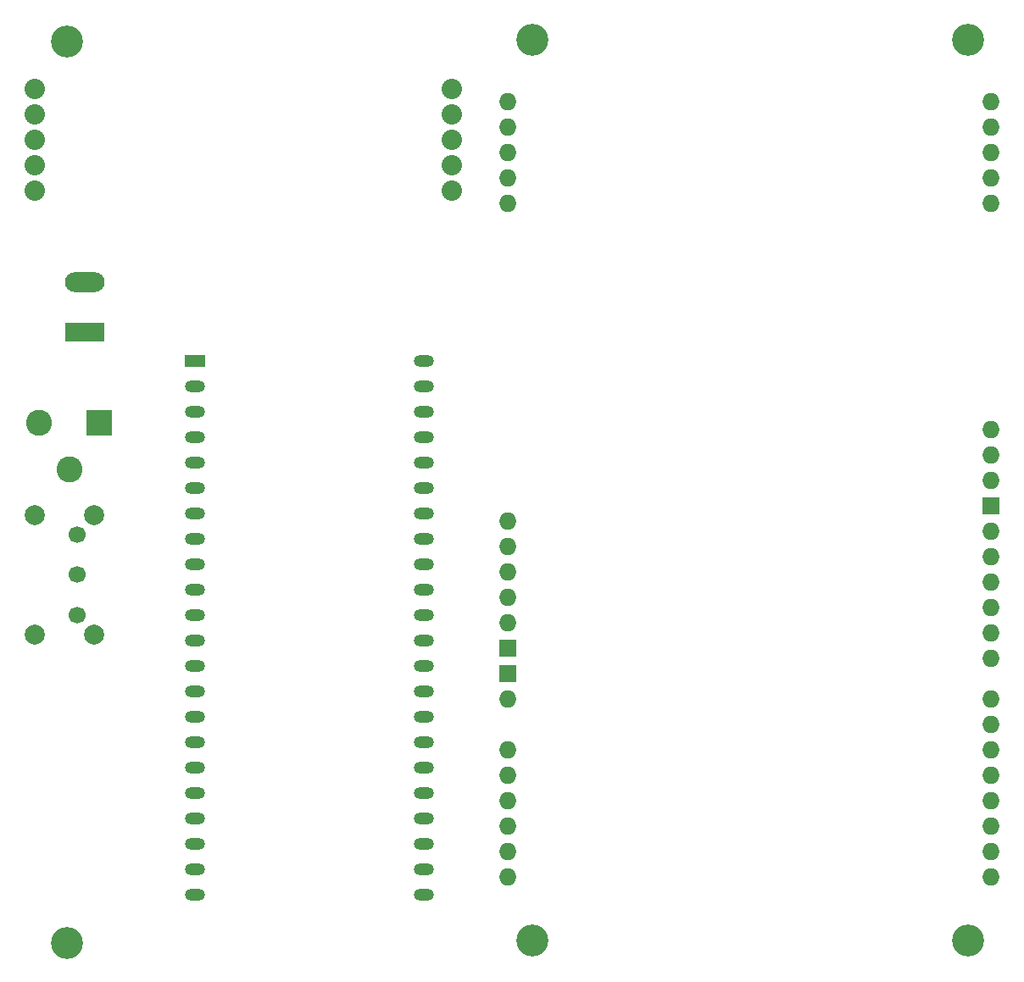
<source format=gbs>
%TF.GenerationSoftware,KiCad,Pcbnew,8.0.0*%
%TF.CreationDate,2024-05-08T18:58:49-04:00*%
%TF.ProjectId,myBaseBoardDesign,6d794261-7365-4426-9f61-726444657369,rev?*%
%TF.SameCoordinates,Original*%
%TF.FileFunction,Soldermask,Bot*%
%TF.FilePolarity,Negative*%
%FSLAX46Y46*%
G04 Gerber Fmt 4.6, Leading zero omitted, Abs format (unit mm)*
G04 Created by KiCad (PCBNEW 8.0.0) date 2024-05-08 18:58:49*
%MOMM*%
%LPD*%
G01*
G04 APERTURE LIST*
%ADD10C,3.200000*%
%ADD11O,1.727200X1.727200*%
%ADD12R,1.727200X1.727200*%
%ADD13C,2.032000*%
%ADD14R,3.960000X1.980000*%
%ADD15O,3.960000X1.980000*%
%ADD16C,2.000000*%
%ADD17C,1.700000*%
%ADD18R,2.000000X1.200000*%
%ADD19O,2.000000X1.200000*%
%ADD20R,2.600000X2.600000*%
%ADD21C,2.600000*%
G04 APERTURE END LIST*
D10*
%TO.C,J1*%
X77750000Y-55690000D03*
X77750000Y-145750000D03*
X124250000Y-55500000D03*
X124250000Y-145500000D03*
X167750000Y-55500000D03*
X167750000Y-145500000D03*
D11*
X121790000Y-61680000D03*
X121790000Y-139150000D03*
X170050000Y-134070000D03*
X170050000Y-131530000D03*
X170050000Y-128990000D03*
X170050000Y-126450000D03*
X170050000Y-123910000D03*
X170050000Y-121370000D03*
X170050000Y-117306000D03*
X170050000Y-114766000D03*
X170050000Y-112226000D03*
X170050000Y-109686000D03*
X170050000Y-107146000D03*
X170050000Y-104606000D03*
X121790000Y-126450000D03*
X121790000Y-128990000D03*
X121790000Y-131530000D03*
X121790000Y-134070000D03*
X121790000Y-136610000D03*
X170050000Y-69300000D03*
X121790000Y-121370000D03*
D12*
X121790000Y-118830000D03*
X121790000Y-116290000D03*
D11*
X121790000Y-113750000D03*
X121790000Y-111210000D03*
X121790000Y-108670000D03*
X121790000Y-106130000D03*
X121790000Y-103590000D03*
D12*
X170050000Y-102066000D03*
D11*
X170050000Y-99526000D03*
X121790000Y-71840000D03*
X121790000Y-69300000D03*
X121790000Y-66760000D03*
X121790000Y-64220000D03*
X170050000Y-64220000D03*
X170050000Y-139150000D03*
X170050000Y-136610000D03*
X170050000Y-61680000D03*
X170050000Y-66760000D03*
X170050000Y-71840000D03*
X170050000Y-96986000D03*
X170050000Y-94446000D03*
D13*
X74550000Y-60460000D03*
X74550000Y-63000000D03*
X74550000Y-65540000D03*
X74550000Y-68080000D03*
X74550000Y-70620000D03*
X116165000Y-70620000D03*
X116165000Y-68080000D03*
X116165000Y-65540000D03*
X116165000Y-63000000D03*
X116165000Y-60460000D03*
%TD*%
D14*
%TO.C,J4*%
X79500000Y-84765000D03*
D15*
X79500000Y-79765000D03*
%TD*%
D16*
%TO.C,SW1*%
X80500000Y-103000000D03*
X74500000Y-103000000D03*
X80500000Y-115000000D03*
X74500000Y-115000000D03*
D17*
X78750000Y-105000000D03*
X78750000Y-109000000D03*
X78750000Y-113000000D03*
%TD*%
D18*
%TO.C,U1*%
X90500000Y-87640000D03*
D19*
X90500000Y-90180000D03*
X90500000Y-92720000D03*
X90500000Y-95260000D03*
X90500000Y-97800000D03*
X90500000Y-100340000D03*
X90500000Y-102880000D03*
X90500000Y-105420000D03*
X90500000Y-107960000D03*
X90500000Y-110500000D03*
X90500000Y-113040000D03*
X90500000Y-115580000D03*
X90500000Y-118120000D03*
X90500000Y-120660000D03*
X90500000Y-123200000D03*
X90500000Y-125740000D03*
X90500000Y-128280000D03*
X90500000Y-130820000D03*
X90500000Y-133360000D03*
X90496320Y-135897280D03*
X90496320Y-138437280D03*
X90496320Y-140977280D03*
X113360000Y-140980000D03*
X113360000Y-138440000D03*
X113360000Y-135900000D03*
X113360000Y-133360000D03*
X113360000Y-130820000D03*
X113360000Y-128280000D03*
X113360000Y-125740000D03*
X113360000Y-123200000D03*
X113360000Y-120660000D03*
X113360000Y-118120000D03*
X113360000Y-115580000D03*
X113360000Y-113040000D03*
X113360000Y-110500000D03*
X113360000Y-107960000D03*
X113360000Y-105420000D03*
X113360000Y-102880000D03*
X113360000Y-100340000D03*
X113360000Y-97800000D03*
X113360000Y-95260000D03*
X113360000Y-92720000D03*
X113360000Y-90180000D03*
X113360000Y-87640000D03*
%TD*%
D20*
%TO.C,J2*%
X81000000Y-93800000D03*
D21*
X75000000Y-93800000D03*
X78000000Y-98500000D03*
%TD*%
M02*

</source>
